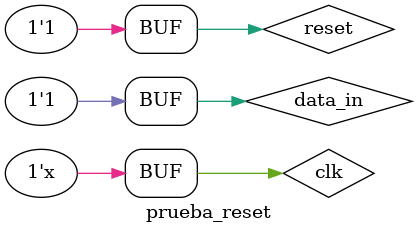
<source format=sv>
`timescale 1ns / 1ps

module prueba_reset();
 logic reset, clk, data_in;
 logic data_out;
 
 reset_asincrono DUT(
    .reset(reset),
    .clk(clk),
    .data_in(data_in),
    .data_out(data_out));
    
    always #5 clk=~clk;
    initial begin
    clk =1;
    data_in = 1;
    reset = 1;
    #3
    reset = 0;
    #20 reset = 1;
        
    end
endmodule

</source>
